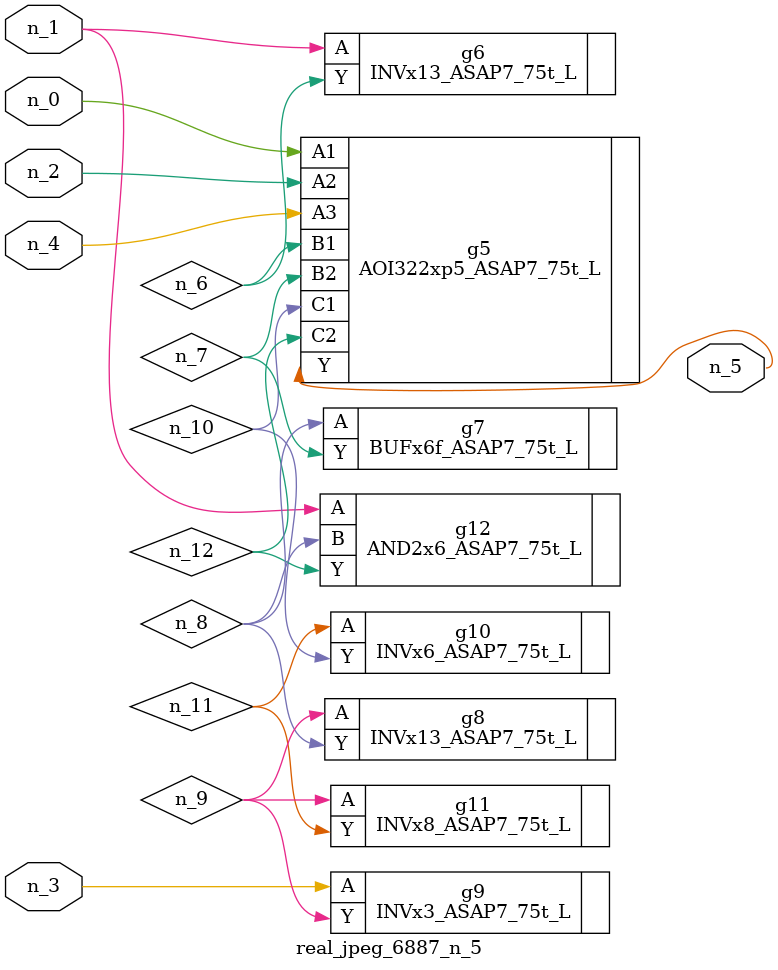
<source format=v>
module real_jpeg_6887_n_5 (n_4, n_0, n_1, n_2, n_3, n_5);

input n_4;
input n_0;
input n_1;
input n_2;
input n_3;

output n_5;

wire n_12;
wire n_8;
wire n_11;
wire n_6;
wire n_7;
wire n_10;
wire n_9;

AOI322xp5_ASAP7_75t_L g5 ( 
.A1(n_0),
.A2(n_2),
.A3(n_4),
.B1(n_6),
.B2(n_7),
.C1(n_10),
.C2(n_12),
.Y(n_5)
);

INVx13_ASAP7_75t_L g6 ( 
.A(n_1),
.Y(n_6)
);

AND2x6_ASAP7_75t_L g12 ( 
.A(n_1),
.B(n_8),
.Y(n_12)
);

INVx3_ASAP7_75t_L g9 ( 
.A(n_3),
.Y(n_9)
);

BUFx6f_ASAP7_75t_L g7 ( 
.A(n_8),
.Y(n_7)
);

INVx13_ASAP7_75t_L g8 ( 
.A(n_9),
.Y(n_8)
);

INVx8_ASAP7_75t_L g11 ( 
.A(n_9),
.Y(n_11)
);

INVx6_ASAP7_75t_L g10 ( 
.A(n_11),
.Y(n_10)
);


endmodule
</source>
